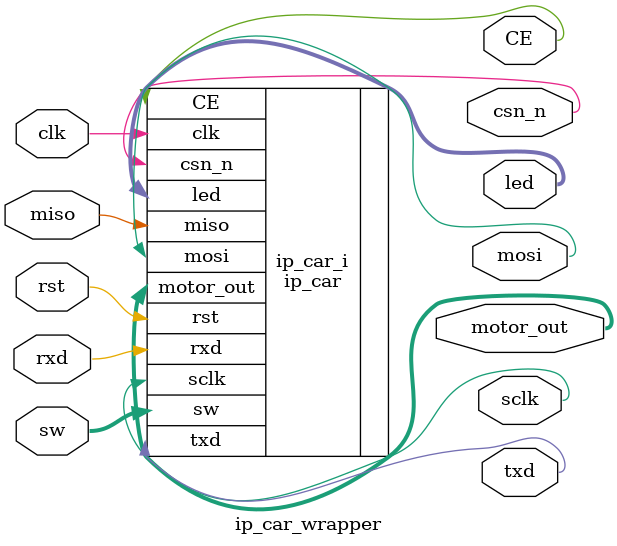
<source format=v>
`timescale 1 ps / 1 ps
module ip_car_wrapper
   (CE,
    clk,
    csn_n,
    led,
    miso,
    mosi,
    motor_out,
    rst,
    rxd,
    sclk,
    sw,
    txd);
  output CE;
  input clk;
  output csn_n;
  output [7:0]led;
  input miso;
  output mosi;
  output [7:0]motor_out;
  input rst;
  input rxd;
  output sclk;
  input [7:0]sw;
  output txd;

  wire CE;
  wire clk;
  wire csn_n;
  wire [7:0]led;
  wire miso;
  wire mosi;
  wire [7:0]motor_out;
  wire rst;
  wire rxd;
  wire sclk;
  wire [7:0]sw;
  wire txd;

ip_car ip_car_i
       (.CE(CE),
        .clk(clk),
        .csn_n(csn_n),
        .led(led),
        .miso(miso),
        .mosi(mosi),
        .motor_out(motor_out),
        .rst(rst),
        .rxd(rxd),
        .sclk(sclk),
        .sw(sw),
        .txd(txd));
endmodule

</source>
